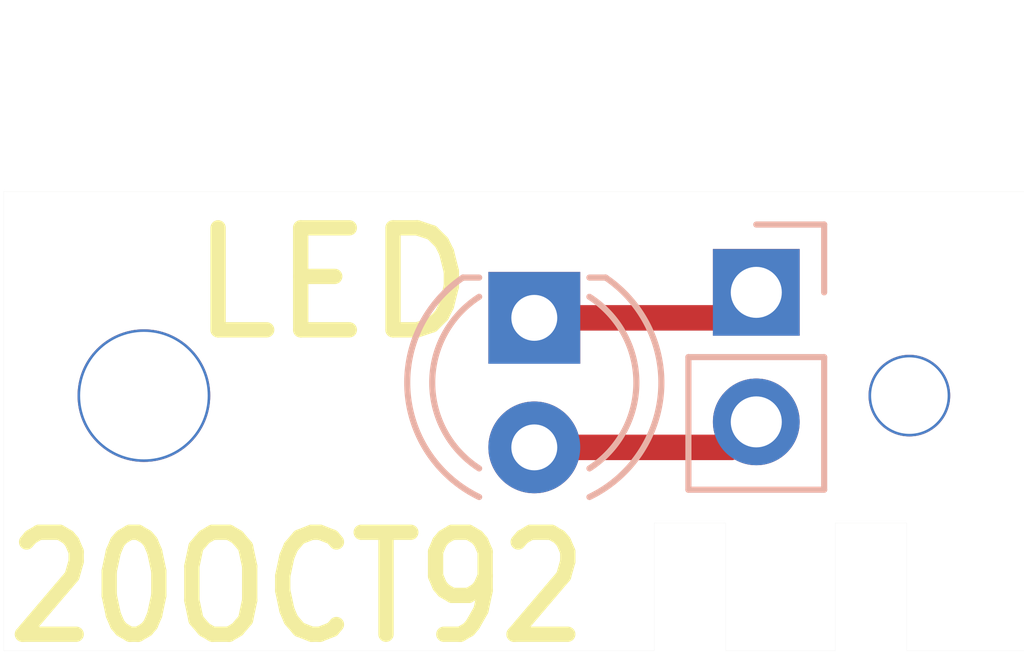
<source format=kicad_pcb>
(kicad_pcb (version 20240108) (generator "pcbnew") (generator_version "8.0")
  (layers (0 "F.Cu" signal) (31 "B.Cu" signal) (34 "B.Paste" user) (35 "F.Paste" user) (36 "B.SilkS" user "B.Silkscreen") (37 "F.SilkS" user "F.Silkscreen") (38 "B.Mask" user) (39 "F.Mask" user) (44 "Edge.Cuts" user))
  (net 0 "")
  (net 1 "/Pos")
  (net 2 "/Neg")
  (footprint "LED:Drill Holes" (layer "F.Cu") (at 110.25 89)
    (property "Reference" "Hole" (hide yes))
    (property "Value" "Drill Holes")
    (pad "1" thru_hole circle (at -7.5 0) (size 2.6 2.6) (drill 2.5) (layers "*.Cu" "*.Mask"))
    (pad "2" thru_hole circle (at 7.5 0) (size 1.6 1.6) (drill 1.5) (layers "*.Cu" "*.Mask"))
  )
  (footprint "Connector_PinHeader_2.54mm:PinHeader_1x02_P2.54mm_Vertical" (layer "B.Cu") (at 114.75 86.975 180)
    (property "Reference" "J1" (hide yes))
    (property "Value" "Conn_01x02")
    (fp_line (start 1.33 -1.27) (end -1.33 -1.27) (stroke (width 0.12)) (layer "B.SilkS"))
    (fp_line (start 1.33 -3.87) (end 1.33 -1.27) (stroke (width 0.12)) (layer "B.SilkS"))
    (fp_line (start 1.33 -3.87) (end -1.33 -3.87) (stroke (width 0.12)) (layer "B.SilkS"))
    (fp_line (start 0 1.33) (end -1.33 1.33) (stroke (width 0.12)) (layer "B.SilkS"))
    (fp_line (start -1.33 1.33) (end -1.33 0) (stroke (width 0.12)) (layer "B.SilkS"))
    (fp_line (start -1.33 -3.87) (end -1.33 -1.27) (stroke (width 0.12)) (layer "B.SilkS"))
    (pad "1" thru_hole rect (at 0 0 180) (size 1.7 1.7) (drill 1) (layers "*.Cu" "*.Mask") (net 2 "/Neg"))
    (pad "2" thru_hole oval (at 0 -2.54 180) (size 1.7 1.7) (drill 1) (layers "*.Cu" "*.Mask") (net 1 "/Pos"))
  )
  (footprint "LED_THT:LED_D4.0mm" (layer "B.Cu") (at 110.4 87.475 -90)
    (property "Reference" "D1" (hide yes))
    (property "Value" "LED")
    (fp_line (start -0.79 1.08) (end -0.79 1.399) (stroke (width 0.12)) (layer "B.SilkS"))
    (fp_line (start -0.79 -1.399) (end -0.79 -1.08) (stroke (width 0.12)) (layer "B.SilkS"))
    (fp_arc (start 2.952713 1.080961) (mid 1.269429 2) (end -0.41333 1.08) (stroke (width 0.12)) (layer "B.SilkS"))
    (fp_arc (start 3.513242 1.080724) (mid 1.453519 2.483228) (end -0.79 1.398749) (stroke (width 0.12)) (layer "B.SilkS"))
    (fp_arc (start -0.41333 -1.08) (mid 1.269429 -2) (end 2.952713 -1.080961) (stroke (width 0.12)) (layer "B.SilkS"))
    (fp_arc (start -0.79 -1.398749) (mid 1.453519 -2.483228) (end 3.513242 -1.080724) (stroke (width 0.12)) (layer "B.SilkS"))
    (pad "1" thru_hole rect (at 0 0 270) (size 1.8 1.8) (drill 0.9) (layers "*.Cu" "*.Mask") (net 2 "/Neg"))
    (pad "2" thru_hole circle (at 2.54 0 270) (size 1.8 1.8) (drill 0.9) (layers "*.Cu" "*.Mask") (net 1 "/Pos"))
  )
  (gr_line (start 120 85) (end 120 94) (stroke (width 0.002)) (layer "Edge.Cuts"))
  (gr_line (start 112.75 91.5) (end 114.15 91.5) (stroke (width 0.002)) (layer "Edge.Cuts"))
  (gr_line (start 117.7 94) (end 120 94) (stroke (width 0.002)) (layer "Edge.Cuts"))
  (gr_line (start 114.15 91.5) (end 114.15 94) (stroke (width 0.002)) (layer "Edge.Cuts"))
  (gr_line (start 100 85) (end 120 85) (stroke (width 0.002)) (layer "Edge.Cuts"))
  (gr_line (start 116.3 91.5) (end 117.7 91.5) (stroke (width 0.002)) (layer "Edge.Cuts"))
  (gr_line (start 100 94) (end 112.75 94) (stroke (width 0.002)) (layer "Edge.Cuts"))
  (gr_line (start 117.7 91.5) (end 117.7 94) (stroke (width 0.002)) (layer "Edge.Cuts"))
  (gr_line (start 112.75 91.5) (end 112.75 94) (stroke (width 0.002)) (layer "Edge.Cuts"))
  (gr_line (start 100 85) (end 100 94) (stroke (width 0.002)) (layer "Edge.Cuts"))
  (gr_line (start 114.15 94) (end 116.3 94) (stroke (width 0.002)) (layer "Edge.Cuts"))
  (gr_line (start 116.3 91.5) (end 116.3 94) (stroke (width 0.002)) (layer "Edge.Cuts"))
  (gr_text "LED" (at 103.53 87.97 0) (layer "F.SilkS") (effects (font (size 2 2) (thickness 0.3)) (justify left bottom)))
  (gr_text "20OCT92" (at 99.93 93.94 0) (layer "F.SilkS") (effects (font (size 2 1.7) (thickness 0.3)) (justify left bottom)))
  (segment (start 110.4 90.015) (end 114.25 90.015) (width 0.5) (layer "F.Cu") (net 1))
  (segment (start 114.25 90.015) (end 114.75 89.515) (width 0.5) (layer "F.Cu") (net 1))
  (segment (start 110.4 87.475) (end 114.25 87.475) (width 0.5) (layer "F.Cu") (net 2))
  (segment (start 114.25 87.475) (end 114.75 86.975) (width 0.5) (layer "F.Cu") (net 2))
)
</source>
